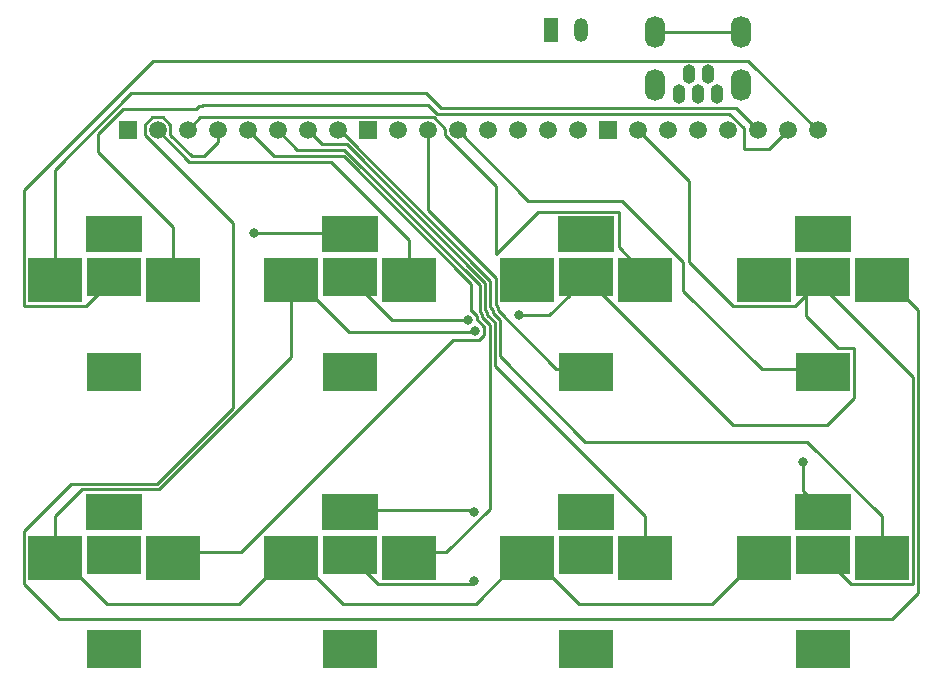
<source format=gbr>
%TF.GenerationSoftware,KiCad,Pcbnew,(6.0.0)*%
%TF.CreationDate,2023-02-05T23:33:58-08:00*%
%TF.ProjectId,button_pcb,62757474-6f6e-45f7-9063-622e6b696361,rev?*%
%TF.SameCoordinates,Original*%
%TF.FileFunction,Copper,L1,Top*%
%TF.FilePolarity,Positive*%
%FSLAX46Y46*%
G04 Gerber Fmt 4.6, Leading zero omitted, Abs format (unit mm)*
G04 Created by KiCad (PCBNEW (6.0.0)) date 2023-02-05 23:33:58*
%MOMM*%
%LPD*%
G01*
G04 APERTURE LIST*
%TA.AperFunction,ComponentPad*%
%ADD10R,4.600000X3.300000*%
%TD*%
%TA.AperFunction,ComponentPad*%
%ADD11R,4.600000X3.800000*%
%TD*%
%TA.AperFunction,ComponentPad*%
%ADD12R,4.800000X3.100000*%
%TD*%
%TA.AperFunction,ComponentPad*%
%ADD13O,1.100000X1.650000*%
%TD*%
%TA.AperFunction,ComponentPad*%
%ADD14O,1.700000X2.700000*%
%TD*%
%TA.AperFunction,ComponentPad*%
%ADD15R,1.500000X1.500000*%
%TD*%
%TA.AperFunction,ComponentPad*%
%ADD16C,1.500000*%
%TD*%
%TA.AperFunction,ComponentPad*%
%ADD17R,1.200000X2.000000*%
%TD*%
%TA.AperFunction,ComponentPad*%
%ADD18O,1.200000X2.000000*%
%TD*%
%TA.AperFunction,ViaPad*%
%ADD19C,0.800000*%
%TD*%
%TA.AperFunction,Conductor*%
%ADD20C,0.250000*%
%TD*%
G04 APERTURE END LIST*
D10*
%TO.P,S8,1,NO*%
%TO.N,VCC*%
X69000000Y-73988000D03*
D11*
%TO.P,S8,2,NC*%
%TO.N,GND*%
X64000000Y-74238000D03*
%TO.P,S8,3,C*%
%TO.N,Net-(S8-Pad3)*%
X74000000Y-74238000D03*
D12*
%TO.P,S8,4,LED_+*%
%TO.N,/common Anode*%
X69000000Y-70338000D03*
D10*
%TO.P,S8,5,LED_-*%
%TO.N,Net-(S8-Pad5)*%
X69000000Y-81988000D03*
%TD*%
%TO.P,S1,1,NO*%
%TO.N,Net-(S1-Pad1)*%
X9000000Y-50488000D03*
D11*
%TO.P,S1,2,NC*%
%TO.N,Net-(S1-Pad2)*%
X4000000Y-50738000D03*
%TO.P,S1,3,C*%
%TO.N,Net-(S1-Pad3)*%
X14000000Y-50738000D03*
D12*
%TO.P,S1,4,LED_+*%
%TO.N,/common Anode*%
X9000000Y-46838000D03*
D10*
%TO.P,S1,5,LED_-*%
%TO.N,Net-(S1-Pad5)*%
X9000000Y-58488000D03*
%TD*%
%TO.P,S4,1,NO*%
%TO.N,VCC*%
X69000000Y-50488000D03*
D11*
%TO.P,S4,2,NC*%
%TO.N,GND*%
X64000000Y-50738000D03*
%TO.P,S4,3,C*%
%TO.N,Net-(S4-Pad3)*%
X74000000Y-50738000D03*
D12*
%TO.P,S4,4,LED_+*%
%TO.N,/common Anode*%
X69000000Y-46838000D03*
D10*
%TO.P,S4,5,LED_-*%
%TO.N,Net-(S4-Pad5)*%
X69000000Y-58488000D03*
%TD*%
D13*
%TO.P,JPowerBankAsBattery1,1,GND*%
%TO.N,Net-(BT1-Pad2)*%
X56853000Y-35011000D03*
%TO.P,JPowerBankAsBattery1,2,ID*%
%TO.N,unconnected-(JPowerBankAsBattery1-Pad2)*%
X57653000Y-33311000D03*
%TO.P,JPowerBankAsBattery1,3,D+*%
%TO.N,unconnected-(JPowerBankAsBattery1-Pad3)*%
X58453000Y-35011000D03*
%TO.P,JPowerBankAsBattery1,4,D-*%
%TO.N,unconnected-(JPowerBankAsBattery1-Pad4)*%
X59253000Y-33311000D03*
%TO.P,JPowerBankAsBattery1,5,VBUS*%
%TO.N,Net-(BT1-Pad1)*%
X60053000Y-35011000D03*
D14*
%TO.P,JPowerBankAsBattery1,6,Shield*%
%TO.N,Net-(BT1-Pad2)*%
X62103000Y-34221720D03*
X54803000Y-29711000D03*
X54803000Y-34221720D03*
X62103000Y-29711000D03*
%TD*%
D10*
%TO.P,S7,1,NO*%
%TO.N,VCC*%
X49000000Y-73988000D03*
D11*
%TO.P,S7,2,NC*%
%TO.N,GND*%
X44000000Y-74238000D03*
%TO.P,S7,3,C*%
%TO.N,Net-(S7-Pad3)*%
X54000000Y-74238000D03*
D12*
%TO.P,S7,4,LED_+*%
%TO.N,/common Anode*%
X49000000Y-70338000D03*
D10*
%TO.P,S7,5,LED_-*%
%TO.N,Net-(S7-Pad5)*%
X49000000Y-81988000D03*
%TD*%
D15*
%TO.P,T2,1,1*%
%TO.N,Net-(S1-Pad5)*%
X30480000Y-38020000D03*
D16*
%TO.P,T2,2,2*%
%TO.N,Net-(S2-Pad5)*%
X33020000Y-38020000D03*
%TO.P,T2,3,3*%
%TO.N,Net-(S3-Pad5)*%
X35560000Y-38020000D03*
%TO.P,T2,4,4*%
%TO.N,Net-(S4-Pad5)*%
X38100000Y-38020000D03*
%TO.P,T2,5,5*%
%TO.N,Net-(S5-Pad5)*%
X40640000Y-38020000D03*
%TO.P,T2,6,6*%
%TO.N,Net-(S6-Pad5)*%
X43180000Y-38020000D03*
%TO.P,T2,7,7*%
%TO.N,Net-(S7-Pad5)*%
X45720000Y-38020000D03*
%TO.P,T2,8,8*%
%TO.N,Net-(S8-Pad5)*%
X48260000Y-38020000D03*
%TD*%
D15*
%TO.P,T1,1,1*%
%TO.N,GND*%
X50800000Y-38020000D03*
D16*
%TO.P,T1,2,2*%
%TO.N,VCC*%
X53340000Y-38020000D03*
%TO.P,T1,3,3*%
%TO.N,/common Anode*%
X55880000Y-38020000D03*
%TO.P,T1,4,4*%
%TO.N,Net-(BT1-Pad2)*%
X58420000Y-38020000D03*
%TO.P,T1,5,5*%
%TO.N,Net-(BT1-Pad1)*%
X60960000Y-38020000D03*
%TO.P,T1,6,6*%
%TO.N,Net-(S1-Pad2)*%
X63500000Y-38020000D03*
%TO.P,T1,7,7*%
%TO.N,Net-(S1-Pad3)*%
X66040000Y-38020000D03*
%TO.P,T1,8,8*%
%TO.N,Net-(S1-Pad1)*%
X68580000Y-38020000D03*
%TD*%
D10*
%TO.P,S5,1,NO*%
%TO.N,VCC*%
X9000000Y-73988000D03*
D11*
%TO.P,S5,2,NC*%
%TO.N,GND*%
X4000000Y-74238000D03*
%TO.P,S5,3,C*%
%TO.N,Net-(S5-Pad3)*%
X14000000Y-74238000D03*
D12*
%TO.P,S5,4,LED_+*%
%TO.N,/common Anode*%
X9000000Y-70338000D03*
D10*
%TO.P,S5,5,LED_-*%
%TO.N,Net-(S5-Pad5)*%
X9000000Y-81988000D03*
%TD*%
%TO.P,S2,1,NO*%
%TO.N,VCC*%
X29000000Y-50488000D03*
D11*
%TO.P,S2,2,NC*%
%TO.N,GND*%
X24000000Y-50738000D03*
%TO.P,S2,3,C*%
%TO.N,Net-(S2-Pad3)*%
X34000000Y-50738000D03*
D12*
%TO.P,S2,4,LED_+*%
%TO.N,/common Anode*%
X29000000Y-46838000D03*
D10*
%TO.P,S2,5,LED_-*%
%TO.N,Net-(S2-Pad5)*%
X29000000Y-58488000D03*
%TD*%
%TO.P,S6,1,NO*%
%TO.N,VCC*%
X29000000Y-73988000D03*
D11*
%TO.P,S6,2,NC*%
%TO.N,GND*%
X24000000Y-74238000D03*
%TO.P,S6,3,C*%
%TO.N,Net-(S6-Pad3)*%
X34000000Y-74238000D03*
D12*
%TO.P,S6,4,LED_+*%
%TO.N,/common Anode*%
X29000000Y-70338000D03*
D10*
%TO.P,S6,5,LED_-*%
%TO.N,Net-(S6-Pad5)*%
X29000000Y-81988000D03*
%TD*%
D15*
%TO.P,T3,1,1*%
%TO.N,unconnected-(T3-Pad1)*%
X10160000Y-38020000D03*
D16*
%TO.P,T3,2,2*%
%TO.N,Net-(S2-Pad3)*%
X12700000Y-38020000D03*
%TO.P,T3,3,3*%
%TO.N,Net-(S3-Pad3)*%
X15240000Y-38020000D03*
%TO.P,T3,4,4*%
%TO.N,Net-(S4-Pad3)*%
X17780000Y-38020000D03*
%TO.P,T3,5,5*%
%TO.N,Net-(S5-Pad3)*%
X20320000Y-38020000D03*
%TO.P,T3,6,6*%
%TO.N,Net-(S6-Pad3)*%
X22860000Y-38020000D03*
%TO.P,T3,7,7*%
%TO.N,Net-(S7-Pad3)*%
X25400000Y-38020000D03*
%TO.P,T3,8,8*%
%TO.N,Net-(S8-Pad3)*%
X27940000Y-38020000D03*
%TD*%
D10*
%TO.P,S3,1,NO*%
%TO.N,VCC*%
X49000000Y-50488000D03*
D11*
%TO.P,S3,2,NC*%
%TO.N,GND*%
X44000000Y-50738000D03*
%TO.P,S3,3,C*%
%TO.N,Net-(S3-Pad3)*%
X54000000Y-50738000D03*
D12*
%TO.P,S3,4,LED_+*%
%TO.N,/common Anode*%
X49000000Y-46838000D03*
D10*
%TO.P,S3,5,LED_-*%
%TO.N,Net-(S3-Pad5)*%
X49000000Y-58488000D03*
%TD*%
D17*
%TO.P,T4,1,1*%
%TO.N,Net-(BT1-Pad2)*%
X46038600Y-29591000D03*
D18*
%TO.P,T4,2,2*%
%TO.N,Net-(BT1-Pad1)*%
X48578600Y-29591000D03*
%TD*%
D19*
%TO.N,VCC*%
X38989000Y-54102000D03*
X43307000Y-53721000D03*
X39497000Y-76200000D03*
%TO.N,/common Anode*%
X39497000Y-70358000D03*
X67373500Y-66103500D03*
X20826000Y-46738000D03*
%TO.N,GND*%
X39600796Y-55080129D03*
%TD*%
D20*
%TO.N,VCC*%
X71624511Y-60709489D02*
X69350860Y-62983140D01*
X67625479Y-51612521D02*
X67625479Y-53819346D01*
X61396118Y-62983140D02*
X49000000Y-50587022D01*
X29000000Y-74087022D02*
X29000000Y-73738000D01*
X69000000Y-50238000D02*
X69000000Y-50587022D01*
X39497000Y-76200000D02*
X39234489Y-76462511D01*
X31375489Y-76462511D02*
X29000000Y-74087022D01*
X69000000Y-50587022D02*
X66624511Y-52962511D01*
X29000000Y-50587022D02*
X29000000Y-50238000D01*
X76624511Y-76462511D02*
X76624511Y-58930644D01*
X32514978Y-54102000D02*
X29000000Y-50587022D01*
X47625479Y-51961543D02*
X45866022Y-53721000D01*
X45866022Y-53721000D02*
X43815000Y-53721000D01*
X57658000Y-42338000D02*
X53340000Y-38020000D01*
X47625479Y-51612521D02*
X47625479Y-51961543D01*
X69000000Y-74087022D02*
X71375489Y-76462511D01*
X69000000Y-50238000D02*
X67625479Y-51612521D01*
X49000000Y-50587022D02*
X49000000Y-50238000D01*
X67625479Y-53819346D02*
X70319622Y-56513489D01*
X70319622Y-56513489D02*
X71624511Y-56513489D01*
X71375489Y-76462511D02*
X76624511Y-76462511D01*
X69350860Y-62983140D02*
X61396118Y-62983140D01*
X66624511Y-52962511D02*
X61375489Y-52962511D01*
X43815000Y-53721000D02*
X43307000Y-53721000D01*
X38989000Y-54102000D02*
X32514978Y-54102000D01*
X71624511Y-56513489D02*
X71624511Y-60709489D01*
X49000000Y-50238000D02*
X47625479Y-51612521D01*
X76624511Y-58930644D02*
X69000000Y-51306133D01*
X61375489Y-52962511D02*
X57658000Y-49245022D01*
X57658000Y-49245022D02*
X57658000Y-42338000D01*
X69000000Y-51306133D02*
X69000000Y-50238000D01*
X69000000Y-73738000D02*
X69000000Y-74087022D01*
X39234489Y-76462511D02*
X31375489Y-76462511D01*
%TO.N,/common Anode*%
X20826000Y-46738000D02*
X29000000Y-46738000D01*
X39250000Y-70238000D02*
X39370000Y-70358000D01*
X39370000Y-70358000D02*
X39497000Y-70358000D01*
X29000000Y-70238000D02*
X39250000Y-70238000D01*
X67373500Y-68611500D02*
X69000000Y-70238000D01*
X67373500Y-66103500D02*
X67373500Y-68611500D01*
%TO.N,Net-(S1-Pad3)*%
X36381194Y-36634490D02*
X35619193Y-35872489D01*
X62357000Y-39624000D02*
X62357000Y-37897411D01*
X16450807Y-35999489D02*
X16196807Y-35999489D01*
X16196807Y-35999489D02*
X15942807Y-36253489D01*
X7620000Y-38410978D02*
X7620000Y-39878000D01*
X35619193Y-35872489D02*
X16577807Y-35872489D01*
X16577807Y-35872489D02*
X16450807Y-35999489D01*
X62357000Y-37897411D02*
X61094079Y-36634490D01*
X9777489Y-36253489D02*
X7620000Y-38410978D01*
X61094079Y-36634490D02*
X36381194Y-36634490D01*
X14000000Y-46258000D02*
X14000000Y-50238000D01*
X64436000Y-39624000D02*
X62357000Y-39624000D01*
X7620000Y-39878000D02*
X14000000Y-46258000D01*
X66040000Y-38020000D02*
X64436000Y-39624000D01*
X15942807Y-36253489D02*
X9777489Y-36253489D01*
%TO.N,Net-(S2-Pad3)*%
X15388511Y-40708511D02*
X12700000Y-38020000D01*
X34000000Y-50238000D02*
X34000000Y-47335704D01*
X27372807Y-40708511D02*
X15388511Y-40708511D01*
X34000000Y-47335704D02*
X27372807Y-40708511D01*
%TO.N,Net-(S3-Pad3)*%
X37025489Y-38465078D02*
X37025489Y-37914489D01*
X41363553Y-42803142D02*
X37025489Y-38465078D01*
X37025489Y-37914489D02*
X36056489Y-36945489D01*
X44925489Y-44963489D02*
X41375489Y-48513489D01*
X41363553Y-48501553D02*
X41363553Y-42803142D01*
X51724511Y-44963489D02*
X44925489Y-44963489D01*
X41375489Y-48513489D02*
X41363553Y-48501553D01*
X51724511Y-44963489D02*
X51724511Y-47962511D01*
X16314511Y-36945489D02*
X15240000Y-38020000D01*
X51724511Y-47962511D02*
X54000000Y-50238000D01*
X36056489Y-36945489D02*
X16314511Y-36945489D01*
%TO.N,Net-(S4-Pad3)*%
X17780000Y-39080660D02*
X17780000Y-38020000D01*
X16601669Y-40258991D02*
X17780000Y-39080660D01*
X19039802Y-45879391D02*
X11625489Y-38465078D01*
X15574709Y-40258991D02*
X16601669Y-40258991D01*
X74862184Y-79443520D02*
X4356498Y-79443520D01*
X1375489Y-76462511D02*
X1375489Y-72013489D01*
X77074022Y-77231682D02*
X74862184Y-79443520D01*
X13145078Y-36945489D02*
X13774511Y-37574922D01*
X13774511Y-37574922D02*
X13774511Y-38458793D01*
X4356498Y-79443520D02*
X1375489Y-76462511D01*
X74000000Y-50238000D02*
X77074022Y-53312022D01*
X77074022Y-53312022D02*
X77074022Y-77231682D01*
X19039802Y-61604494D02*
X19039802Y-45879391D01*
X5375000Y-68013978D02*
X12630318Y-68013978D01*
X12254922Y-36945489D02*
X13145078Y-36945489D01*
X11625489Y-38465078D02*
X11625489Y-37574922D01*
X1375489Y-72013489D02*
X5375000Y-68013978D01*
X11625489Y-37574922D02*
X12254922Y-36945489D01*
X13774511Y-38458793D02*
X15574709Y-40258991D01*
X12630318Y-68013978D02*
X19039802Y-61604494D01*
%TO.N,Net-(S5-Pad3)*%
X19742600Y-73738000D02*
X37675970Y-55804630D01*
X28448000Y-40259000D02*
X22559000Y-40259000D01*
X39243000Y-51054000D02*
X28448000Y-40259000D01*
X39289099Y-53377499D02*
X39243000Y-53377499D01*
X39713501Y-53801901D02*
X39289099Y-53377499D01*
X39900895Y-55804630D02*
X40348501Y-55357024D01*
X22559000Y-40259000D02*
X20320000Y-38020000D01*
X37675970Y-55804630D02*
X39900895Y-55804630D01*
X39713501Y-54055901D02*
X39713501Y-53801901D01*
X40348501Y-55357024D02*
X40348501Y-54690901D01*
X40348501Y-54690901D02*
X39713501Y-54055901D01*
X39243000Y-53377499D02*
X39243000Y-51054000D01*
X14000000Y-73738000D02*
X19742600Y-73738000D01*
%TO.N,Net-(S6-Pad3)*%
X39978218Y-51153514D02*
X28507193Y-39682489D01*
X40163011Y-53615707D02*
X39978218Y-53430914D01*
X39978218Y-53430914D02*
X39978218Y-51153514D01*
X28507193Y-39682489D02*
X24522489Y-39682489D01*
X40163012Y-53869708D02*
X40163011Y-53615707D01*
X40798011Y-54504707D02*
X40163012Y-53869708D01*
X24522489Y-39682489D02*
X22860000Y-38020000D01*
X34000000Y-73738000D02*
X37141600Y-73738000D01*
X40798011Y-70081589D02*
X40798011Y-54504707D01*
X37141600Y-73738000D02*
X40798011Y-70081589D01*
%TO.N,Net-(S1-Pad2)*%
X4000000Y-41395274D02*
X10480295Y-34914979D01*
X61664980Y-36184980D02*
X63500000Y-38020000D01*
X4000000Y-50238000D02*
X4000000Y-41395274D01*
X10480295Y-34914979D02*
X35424387Y-34914979D01*
X36694387Y-36184979D02*
X61664980Y-36184980D01*
X35424387Y-34914979D02*
X36694387Y-36184979D01*
%TO.N,Net-(S7-Pad3)*%
X28693387Y-39232979D02*
X40427729Y-50967321D01*
X41247522Y-54318514D02*
X41247522Y-57986500D01*
X40427729Y-50967321D02*
X40427729Y-53244721D01*
X41247522Y-57986500D02*
X54000000Y-70738978D01*
X40612522Y-53683514D02*
X41247522Y-54318514D01*
X40612521Y-53429512D02*
X40612522Y-53683514D01*
X25400000Y-38020000D02*
X26612978Y-39232978D01*
X26612978Y-39232978D02*
X28693387Y-39232979D01*
X40427729Y-53244721D02*
X40612521Y-53429512D01*
X54000000Y-70738978D02*
X54000000Y-73738000D01*
%TO.N,Net-(S4-Pad5)*%
X44080489Y-44000489D02*
X51992171Y-44000489D01*
X57208490Y-49216808D02*
X57208490Y-51621194D01*
X57208490Y-51621194D02*
X63825296Y-58238000D01*
X51992171Y-44000489D02*
X57208490Y-49216808D01*
X63825296Y-58238000D02*
X69000000Y-58238000D01*
X38100000Y-38020000D02*
X44080489Y-44000489D01*
%TO.N,Net-(S8-Pad3)*%
X48912540Y-64411029D02*
X67672051Y-64411029D01*
X41062031Y-53243317D02*
X41062032Y-53497316D01*
X74000000Y-70738978D02*
X74000000Y-73738000D01*
X41062032Y-53497316D02*
X41697032Y-54132316D01*
X41697032Y-57195521D02*
X48912540Y-64411029D01*
X67672051Y-64411029D02*
X74000000Y-70738978D01*
X28116112Y-38020000D02*
X40877240Y-50781128D01*
X27940000Y-38020000D02*
X28116112Y-38020000D01*
X41697032Y-54132316D02*
X41697032Y-57195521D01*
X40877240Y-53058527D02*
X41062031Y-53243317D01*
X40877240Y-50781128D02*
X40877240Y-53058527D01*
%TO.N,Net-(BT1-Pad2)*%
X54803000Y-29711000D02*
X62103000Y-29711000D01*
%TO.N,Net-(S3-Pad5)*%
X41326750Y-52872332D02*
X41326750Y-50594934D01*
X41511542Y-53311118D02*
X41511541Y-53057122D01*
X49000000Y-58238000D02*
X46438424Y-58238000D01*
X35560000Y-44828184D02*
X35560000Y-38020000D01*
X41326750Y-50594934D02*
X35560000Y-44828184D01*
X41511541Y-53057122D02*
X41326750Y-52872332D01*
X46438424Y-58238000D02*
X41511542Y-53311118D01*
%TO.N,GND*%
X8386521Y-78124521D02*
X4000000Y-73738000D01*
X48386521Y-78124521D02*
X44000000Y-73738000D01*
X24000000Y-50238000D02*
X28880000Y-55118000D01*
X4000000Y-70738978D02*
X4000000Y-73738000D01*
X24000000Y-73738000D02*
X19613479Y-78124521D01*
X39562925Y-55118000D02*
X39600796Y-55080129D01*
X39613479Y-78124521D02*
X28386521Y-78124521D01*
X28880000Y-55118000D02*
X39562925Y-55118000D01*
X12816511Y-68463489D02*
X6275489Y-68463489D01*
X6275489Y-68463489D02*
X4000000Y-70738978D01*
X24000000Y-50238000D02*
X24000000Y-57280000D01*
X24000000Y-57280000D02*
X12816511Y-68463489D01*
X59613479Y-78124521D02*
X48386521Y-78124521D01*
X64000000Y-73738000D02*
X59613479Y-78124521D01*
X28386521Y-78124521D02*
X24000000Y-73738000D01*
X44000000Y-73738000D02*
X39613479Y-78124521D01*
X19613479Y-78124521D02*
X8386521Y-78124521D01*
%TO.N,Net-(S1-Pad1)*%
X62721480Y-32161480D02*
X68580000Y-38020000D01*
X12287816Y-32161480D02*
X1375489Y-43073807D01*
X6624511Y-52962511D02*
X9000000Y-50587022D01*
X9000000Y-50587022D02*
X9000000Y-50238000D01*
X12287816Y-32161480D02*
X62721480Y-32161480D01*
X1375489Y-52962511D02*
X6624511Y-52962511D01*
X1375489Y-43073807D02*
X1375489Y-52962511D01*
%TD*%
M02*

</source>
